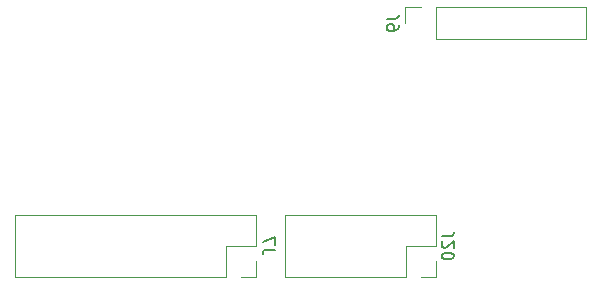
<source format=gbo>
%TF.GenerationSoftware,KiCad,Pcbnew,5.1.2*%
%TF.CreationDate,2019-06-26T00:58:13-07:00*%
%TF.ProjectId,tinyfpga-raspi-romi-board,74696e79-6670-4676-912d-72617370692d,rev?*%
%TF.SameCoordinates,Original*%
%TF.FileFunction,Legend,Bot*%
%TF.FilePolarity,Positive*%
%FSLAX46Y46*%
G04 Gerber Fmt 4.6, Leading zero omitted, Abs format (unit mm)*
G04 Created by KiCad (PCBNEW 5.1.2) date 2019-06-26 00:58:13*
%MOMM*%
%LPD*%
G04 APERTURE LIST*
%ADD10C,0.120000*%
%ADD11C,0.150000*%
G04 APERTURE END LIST*
D10*
X81708300Y-129064060D02*
X81708300Y-127734060D01*
X80378300Y-129064060D02*
X81708300Y-129064060D01*
X81708300Y-126464060D02*
X81708300Y-123864060D01*
X79108300Y-126464060D02*
X81708300Y-126464060D01*
X79108300Y-129064060D02*
X79108300Y-126464060D01*
X81708300Y-123864060D02*
X61268300Y-123864060D01*
X79108300Y-129064060D02*
X61268300Y-129064060D01*
X61268300Y-129064060D02*
X61268300Y-123864060D01*
X96948300Y-129064060D02*
X96948300Y-127734060D01*
X95618300Y-129064060D02*
X96948300Y-129064060D01*
X96948300Y-126464060D02*
X96948300Y-123864060D01*
X94348300Y-126464060D02*
X96948300Y-126464060D01*
X94348300Y-129064060D02*
X94348300Y-126464060D01*
X96948300Y-123864060D02*
X84128300Y-123864060D01*
X94348300Y-129064060D02*
X84128300Y-129064060D01*
X84128300Y-129064060D02*
X84128300Y-123864060D01*
X94288300Y-106264400D02*
X94288300Y-107594400D01*
X95618300Y-106264400D02*
X94288300Y-106264400D01*
X96888300Y-106264400D02*
X96888300Y-108924400D01*
X96888300Y-108924400D02*
X109648300Y-108924400D01*
X96888300Y-106264400D02*
X109648300Y-106264400D01*
X109648300Y-106264400D02*
X109648300Y-108924400D01*
D11*
X83255919Y-126797393D02*
X82541633Y-126797393D01*
X82398776Y-126845012D01*
X82303538Y-126940250D01*
X82255919Y-127083107D01*
X82255919Y-127178345D01*
X83255919Y-126416440D02*
X83255919Y-125749774D01*
X82255919Y-126178345D01*
X97400680Y-125654536D02*
X98114966Y-125654536D01*
X98257823Y-125606917D01*
X98353061Y-125511679D01*
X98400680Y-125368821D01*
X98400680Y-125273583D01*
X97495919Y-126083107D02*
X97448300Y-126130726D01*
X97400680Y-126225964D01*
X97400680Y-126464060D01*
X97448300Y-126559298D01*
X97495919Y-126606917D01*
X97591157Y-126654536D01*
X97686395Y-126654536D01*
X97829252Y-126606917D01*
X98400680Y-126035488D01*
X98400680Y-126654536D01*
X97400680Y-127273583D02*
X97400680Y-127368821D01*
X97448300Y-127464060D01*
X97495919Y-127511679D01*
X97591157Y-127559298D01*
X97781633Y-127606917D01*
X98019728Y-127606917D01*
X98210204Y-127559298D01*
X98305442Y-127511679D01*
X98353061Y-127464060D01*
X98400680Y-127368821D01*
X98400680Y-127273583D01*
X98353061Y-127178345D01*
X98305442Y-127130726D01*
X98210204Y-127083107D01*
X98019728Y-127035488D01*
X97781633Y-127035488D01*
X97591157Y-127083107D01*
X97495919Y-127130726D01*
X97448300Y-127178345D01*
X97400680Y-127273583D01*
X92740680Y-107261066D02*
X93454966Y-107261066D01*
X93597823Y-107213447D01*
X93693061Y-107118209D01*
X93740680Y-106975352D01*
X93740680Y-106880114D01*
X93740680Y-107784876D02*
X93740680Y-107975352D01*
X93693061Y-108070590D01*
X93645442Y-108118209D01*
X93502585Y-108213447D01*
X93312109Y-108261066D01*
X92931157Y-108261066D01*
X92835919Y-108213447D01*
X92788300Y-108165828D01*
X92740680Y-108070590D01*
X92740680Y-107880114D01*
X92788300Y-107784876D01*
X92835919Y-107737257D01*
X92931157Y-107689638D01*
X93169252Y-107689638D01*
X93264490Y-107737257D01*
X93312109Y-107784876D01*
X93359728Y-107880114D01*
X93359728Y-108070590D01*
X93312109Y-108165828D01*
X93264490Y-108213447D01*
X93169252Y-108261066D01*
M02*

</source>
